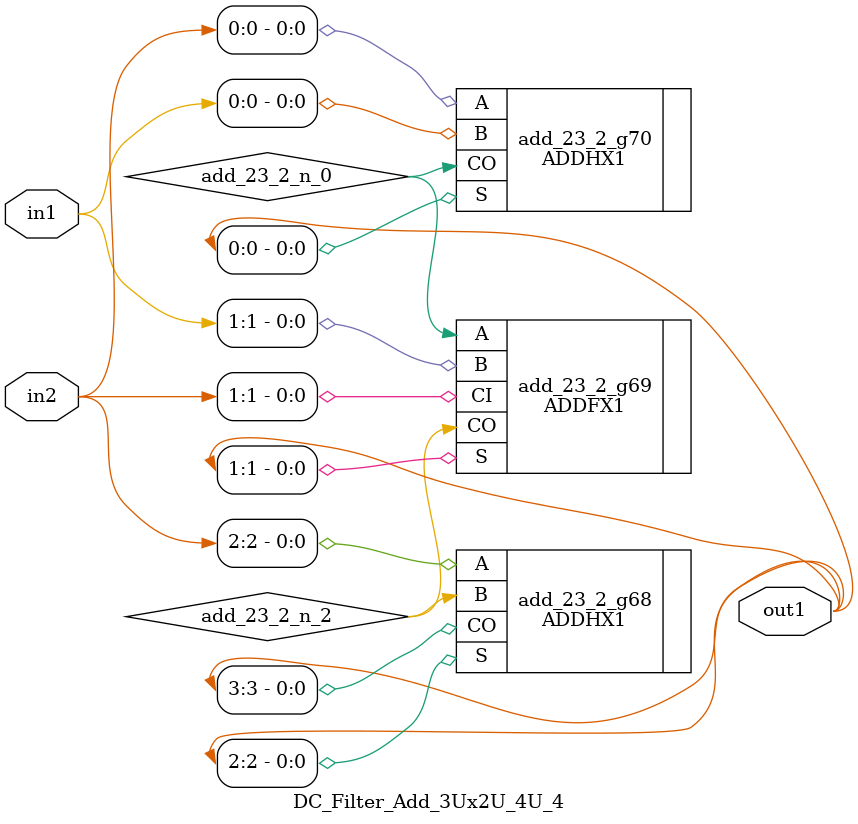
<source format=v>
`timescale 1ps / 1ps


module DC_Filter_Add_3Ux2U_4U_4(in2, in1, out1);
  input [2:0] in2;
  input [1:0] in1;
  output [3:0] out1;
  wire [2:0] in2;
  wire [1:0] in1;
  wire [3:0] out1;
  wire add_23_2_n_0, add_23_2_n_2;
  ADDHX1 add_23_2_g68(.A (in2[2]), .B (add_23_2_n_2), .CO (out1[3]), .S
       (out1[2]));
  ADDFX1 add_23_2_g69(.A (add_23_2_n_0), .B (in1[1]), .CI (in2[1]), .CO
       (add_23_2_n_2), .S (out1[1]));
  ADDHX1 add_23_2_g70(.A (in2[0]), .B (in1[0]), .CO (add_23_2_n_0), .S
       (out1[0]));
endmodule


</source>
